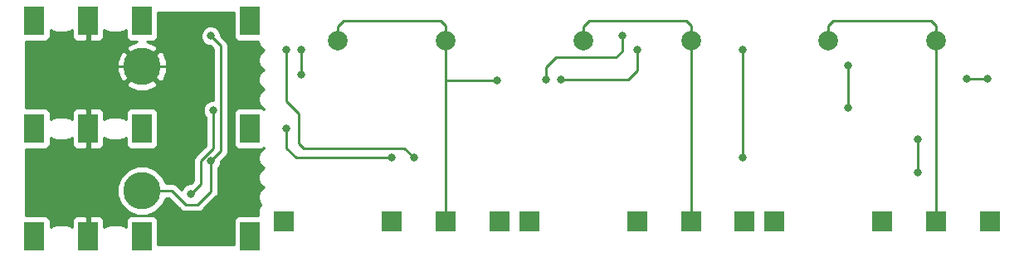
<source format=gbl>
G04 #@! TF.GenerationSoftware,KiCad,Pcbnew,6.0.0-rc1-unknown-7dfc4e3~65~ubuntu18.04.1*
G04 #@! TF.CreationDate,2018-08-22T16:39:41+05:30*
G04 #@! TF.ProjectId,1sqinch555,317371696E63683535352E6B69636164,rev?*
G04 #@! TF.SameCoordinates,Original*
G04 #@! TF.FileFunction,Copper,L2,Bot,Signal*
G04 #@! TF.FilePolarity,Positive*
%FSLAX46Y46*%
G04 Gerber Fmt 4.6, Leading zero omitted, Abs format (unit mm)*
G04 Created by KiCad (PCBNEW 6.0.0-rc1-unknown-7dfc4e3~65~ubuntu18.04.1) date Wed Aug 22 16:39:41 2018*
%MOMM*%
%LPD*%
G01*
G04 APERTURE LIST*
G04 #@! TA.AperFunction,SMDPad,CuDef*
%ADD10R,2.000000X3.000000*%
G04 #@! TD*
G04 #@! TA.AperFunction,ComponentPad*
%ADD11C,3.800000*%
G04 #@! TD*
G04 #@! TA.AperFunction,SMDPad,CuDef*
%ADD12R,2.000000X2.000000*%
G04 #@! TD*
G04 #@! TA.AperFunction,ComponentPad*
%ADD13C,2.000000*%
G04 #@! TD*
G04 #@! TA.AperFunction,ViaPad*
%ADD14C,0.800000*%
G04 #@! TD*
G04 #@! TA.AperFunction,Conductor*
%ADD15C,0.250000*%
G04 #@! TD*
G04 APERTURE END LIST*
D10*
G04 #@! TO.P,J6,1*
G04 #@! TO.N,/Q5*
X39000000Y-61000000D03*
G04 #@! TD*
G04 #@! TO.P,J8,1*
G04 #@! TO.N,/Q6*
X50000000Y-50000000D03*
G04 #@! TD*
G04 #@! TO.P,J10,1*
G04 #@! TO.N,/Q7*
X50000000Y-38999999D03*
G04 #@! TD*
G04 #@! TO.P,J12,1*
G04 #@! TO.N,/Q8*
X61000000Y-61000000D03*
G04 #@! TD*
G04 #@! TO.P,J14,1*
G04 #@! TO.N,/Q9*
X61000001Y-50000000D03*
G04 #@! TD*
G04 #@! TO.P,J16,1*
G04 #@! TO.N,/Q10*
X61000000Y-39000000D03*
G04 #@! TD*
G04 #@! TO.P,J18,1*
G04 #@! TO.N,/Q11*
X39000000Y-39000000D03*
G04 #@! TD*
G04 #@! TO.P,J20,1*
G04 #@! TO.N,/Q12*
X38999999Y-50000000D03*
G04 #@! TD*
G04 #@! TO.P,J22,1*
G04 #@! TO.N,/Q13*
X50000000Y-61000001D03*
G04 #@! TD*
G04 #@! TO.P,J24,1*
G04 #@! TO.N,/GND*
X44500000Y-50000000D03*
G04 #@! TD*
G04 #@! TO.P,J26,1*
G04 #@! TO.N,/GND*
X44500000Y-39000000D03*
G04 #@! TD*
G04 #@! TO.P,J28,1*
G04 #@! TO.N,/GND*
X44500000Y-61000000D03*
G04 #@! TD*
D11*
G04 #@! TO.P,BT1,2*
G04 #@! TO.N,/GND*
X50000000Y-43650000D03*
G04 #@! TO.P,BT1,1*
G04 #@! TO.N,/9V*
X50000000Y-56350000D03*
G04 #@! TD*
D12*
G04 #@! TO.P,J7,1*
G04 #@! TO.N,/10*
X64500000Y-59500000D03*
G04 #@! TD*
G04 #@! TO.P,J9,1*
G04 #@! TO.N,/7*
X75500000Y-59499999D03*
G04 #@! TD*
G04 #@! TO.P,J11,1*
G04 #@! TO.N,/11*
X86500000Y-59500000D03*
G04 #@! TD*
G04 #@! TO.P,J13,1*
G04 #@! TO.N,/9*
X89500000Y-59500000D03*
G04 #@! TD*
G04 #@! TO.P,J15,1*
G04 #@! TO.N,/6*
X100500000Y-59499999D03*
G04 #@! TD*
G04 #@! TO.P,J17,1*
G04 #@! TO.N,/12*
X111500000Y-59500000D03*
G04 #@! TD*
G04 #@! TO.P,J19,1*
G04 #@! TO.N,/8*
X114500000Y-59500000D03*
G04 #@! TD*
G04 #@! TO.P,J21,1*
G04 #@! TO.N,/13*
X125500000Y-59499999D03*
G04 #@! TD*
G04 #@! TO.P,J23,1*
G04 #@! TO.N,/5*
X136500000Y-59500000D03*
G04 #@! TD*
G04 #@! TO.P,J25,1*
G04 #@! TO.N,/GND1*
X81000000Y-59500000D03*
G04 #@! TD*
G04 #@! TO.P,J27,1*
G04 #@! TO.N,/GND2*
X106000000Y-59500000D03*
G04 #@! TD*
G04 #@! TO.P,J29,1*
G04 #@! TO.N,/GND3*
X131000000Y-59500000D03*
G04 #@! TD*
D13*
G04 #@! TO.P,J30,1*
G04 #@! TO.N,/GND1*
X70000000Y-41000000D03*
G04 #@! TD*
G04 #@! TO.P,J31,1*
G04 #@! TO.N,/GND1*
X81000000Y-41000000D03*
G04 #@! TD*
G04 #@! TO.P,J32,1*
G04 #@! TO.N,/GND2*
X95000000Y-41000000D03*
G04 #@! TD*
G04 #@! TO.P,J33,1*
G04 #@! TO.N,/GND2*
X106000000Y-41000000D03*
G04 #@! TD*
G04 #@! TO.P,J34,1*
G04 #@! TO.N,/GND3*
X131000000Y-41000000D03*
G04 #@! TD*
G04 #@! TO.P,J35,1*
G04 #@! TO.N,/GND3*
X120000000Y-41000000D03*
G04 #@! TD*
D14*
G04 #@! TO.N,Net-(D4-Pad1)*
X75500000Y-53000000D03*
X64750000Y-50000000D03*
G04 #@! TO.N,Net-(D7-Pad1)*
X64750000Y-42000000D03*
X77750000Y-53000000D03*
G04 #@! TO.N,Net-(D8-Pad1)*
X66250000Y-42000000D03*
X66250000Y-44500000D03*
G04 #@! TO.N,Net-(D10-Pad1)*
X100500000Y-42000000D03*
X92750008Y-45000000D03*
G04 #@! TO.N,Net-(D11-Pad1)*
X99000000Y-40500000D03*
X91250000Y-45000000D03*
G04 #@! TO.N,Net-(D16-Pad1)*
X111250000Y-42000000D03*
X111250000Y-53000000D03*
G04 #@! TO.N,Net-(D23-Pad1)*
X136250000Y-44900000D03*
X134150002Y-44900000D03*
G04 #@! TO.N,Net-(D25-Pad1)*
X129150000Y-54450000D03*
X129150000Y-51100000D03*
G04 #@! TO.N,Net-(D26-Pad1)*
X122050000Y-47900000D03*
X122000000Y-43600000D03*
G04 #@! TO.N,/9V*
X57000000Y-40550008D03*
X57050000Y-53300000D03*
G04 #@! TO.N,/GND*
X53300000Y-50500000D03*
X44500000Y-39000000D03*
X44500000Y-50000000D03*
X44500000Y-61000000D03*
X51900000Y-53300000D03*
X46000000Y-57150000D03*
X55600000Y-59600000D03*
G04 #@! TO.N,/5*
X136500000Y-59500000D03*
G04 #@! TO.N,/GND1*
X81000000Y-59500000D03*
X86250000Y-45050000D03*
G04 #@! TO.N,/6*
X100500000Y-59499999D03*
G04 #@! TO.N,/7*
X75500000Y-59499999D03*
G04 #@! TO.N,/8*
X114500000Y-59500000D03*
G04 #@! TO.N,/GND2*
X106000000Y-59500000D03*
G04 #@! TO.N,/9*
X89500000Y-59500000D03*
G04 #@! TO.N,/10*
X64500000Y-59500000D03*
G04 #@! TO.N,/11*
X86500000Y-59500000D03*
G04 #@! TO.N,/GND3*
X131000000Y-59500000D03*
G04 #@! TO.N,/12*
X111500000Y-59500000D03*
G04 #@! TO.N,/13*
X125500000Y-59499999D03*
G04 #@! TO.N,/Q5*
X39000000Y-61000000D03*
G04 #@! TO.N,/Q6*
X50000000Y-50000000D03*
G04 #@! TO.N,/Q7*
X50000000Y-38999999D03*
G04 #@! TO.N,/Q8*
X61000000Y-61000000D03*
G04 #@! TO.N,/Q9*
X61000001Y-50000000D03*
G04 #@! TO.N,/Q10*
X61000000Y-39000000D03*
G04 #@! TO.N,/Q11*
X39000000Y-39000000D03*
G04 #@! TO.N,/Q12*
X38999999Y-50000000D03*
G04 #@! TO.N,/Q13*
X50000000Y-61000001D03*
G04 #@! TO.N,/OUT*
X55000000Y-56650000D03*
X57249998Y-48150000D03*
G04 #@! TD*
D15*
G04 #@! TO.N,Net-(D4-Pad1)*
X75500000Y-53000000D02*
X65750000Y-53000000D01*
X64750000Y-52000000D02*
X64750000Y-50000000D01*
X65750000Y-53000000D02*
X64750000Y-52000000D01*
G04 #@! TO.N,Net-(D7-Pad1)*
X77750000Y-53000000D02*
X76750000Y-52000000D01*
X76750000Y-52000000D02*
X66500000Y-52000000D01*
X66500000Y-52000000D02*
X66000000Y-51500000D01*
X66000000Y-51500000D02*
X66000000Y-48500000D01*
X64750000Y-47250000D02*
X64750000Y-42000000D01*
X66000000Y-48500000D02*
X64750000Y-47250000D01*
G04 #@! TO.N,Net-(D8-Pad1)*
X66250000Y-42000000D02*
X66250000Y-44500000D01*
G04 #@! TO.N,Net-(D10-Pad1)*
X93315693Y-45000000D02*
X92750008Y-45000000D01*
X99600000Y-45000000D02*
X93315693Y-45000000D01*
X100500000Y-42000000D02*
X100500000Y-44100000D01*
X100500000Y-44100000D02*
X99600000Y-45000000D01*
G04 #@! TO.N,Net-(D11-Pad1)*
X98350000Y-42750000D02*
X92250000Y-42750000D01*
X91250000Y-43750000D02*
X91250000Y-45000000D01*
X92250000Y-42750000D02*
X91250000Y-43750000D01*
X99000000Y-40500000D02*
X99000000Y-42100000D01*
X99000000Y-42100000D02*
X98350000Y-42750000D01*
G04 #@! TO.N,Net-(D16-Pad1)*
X111250000Y-42000000D02*
X111250000Y-53000000D01*
G04 #@! TO.N,Net-(D23-Pad1)*
X136250000Y-44900000D02*
X134150002Y-44900000D01*
G04 #@! TO.N,Net-(D25-Pad1)*
X129150000Y-54450000D02*
X129150000Y-51100000D01*
G04 #@! TO.N,Net-(D26-Pad1)*
X122050000Y-47900000D02*
X122050000Y-45050000D01*
X122050000Y-43650000D02*
X122000000Y-43600000D01*
X122050000Y-45050000D02*
X122050000Y-43650000D01*
G04 #@! TO.N,/9V*
X58025002Y-41575010D02*
X58025002Y-52150000D01*
X57000000Y-40550008D02*
X58025002Y-41575010D01*
X58025002Y-52150000D02*
X58025002Y-52324998D01*
X58025002Y-52324998D02*
X57050000Y-53300000D01*
X57050000Y-53300000D02*
X57050000Y-56400000D01*
X57050000Y-56400000D02*
X55700000Y-57750000D01*
X55700000Y-57750000D02*
X54450000Y-57750000D01*
X53050000Y-56350000D02*
X50000000Y-56350000D01*
X54450000Y-57750000D02*
X53050000Y-56350000D01*
G04 #@! TO.N,/GND*
X53300000Y-49934315D02*
X53300000Y-50500000D01*
X53300000Y-44262995D02*
X53300000Y-49934315D01*
X52687005Y-43650000D02*
X53300000Y-44262995D01*
X50000000Y-43650000D02*
X52687005Y-43650000D01*
X53300000Y-51900000D02*
X51900000Y-53300000D01*
X53300000Y-50500000D02*
X53300000Y-51900000D01*
X55034315Y-59600000D02*
X54334315Y-58900000D01*
X55600000Y-59600000D02*
X55034315Y-59600000D01*
X47750000Y-58900000D02*
X46000000Y-57150000D01*
X54334315Y-58900000D02*
X47750000Y-58900000D01*
X51900000Y-53300000D02*
X46650000Y-53300000D01*
X46000000Y-53950000D02*
X46000000Y-57150000D01*
X46650000Y-53300000D02*
X46000000Y-53950000D01*
X44500000Y-61000000D02*
X44500000Y-59250000D01*
X44500000Y-50000000D02*
X44500000Y-48250000D01*
X47312995Y-43650000D02*
X44500000Y-43650000D01*
X50000000Y-43650000D02*
X47312995Y-43650000D01*
X44500000Y-48250000D02*
X44500000Y-43650000D01*
X44500000Y-43650000D02*
X44500000Y-39000000D01*
X46000000Y-57150000D02*
X44500000Y-57150000D01*
X44500000Y-59250000D02*
X44500000Y-57150000D01*
X44500000Y-57150000D02*
X44500000Y-50000000D01*
G04 #@! TO.N,/GND1*
X70000000Y-39585787D02*
X70585787Y-39000000D01*
X70000000Y-41000000D02*
X70000000Y-39585787D01*
X70585787Y-39000000D02*
X80500000Y-39000000D01*
X81000000Y-39500000D02*
X81000000Y-41000000D01*
X80500000Y-39000000D02*
X81000000Y-39500000D01*
X86250000Y-45050000D02*
X81000000Y-45050000D01*
X81000000Y-41000000D02*
X81000000Y-45050000D01*
X81000000Y-45050000D02*
X81000000Y-59500000D01*
G04 #@! TO.N,/GND2*
X95000000Y-39585787D02*
X95585787Y-39000000D01*
X95000000Y-41000000D02*
X95000000Y-39585787D01*
X95585787Y-39000000D02*
X105500000Y-39000000D01*
X106000000Y-39500000D02*
X106000000Y-41000000D01*
X105500000Y-39000000D02*
X106000000Y-39500000D01*
X106000000Y-59500000D02*
X106000000Y-41000000D01*
G04 #@! TO.N,/GND3*
X120000000Y-41000000D02*
X120000000Y-39500000D01*
X120000000Y-39500000D02*
X120500000Y-39000000D01*
X120500000Y-39000000D02*
X130500000Y-39000000D01*
X131000000Y-39500000D02*
X131000000Y-41000000D01*
X130500000Y-39000000D02*
X131000000Y-39500000D01*
X131000000Y-41000000D02*
X131000000Y-59500000D01*
G04 #@! TO.N,/OUT*
X56000000Y-55650000D02*
X55000000Y-56650000D01*
X56000000Y-53300000D02*
X56000000Y-55650000D01*
X57249998Y-52050002D02*
X56000000Y-53300000D01*
X57249998Y-48150000D02*
X57249998Y-52050002D01*
G04 #@! TD*
G04 #@! TO.N,/GND*
G36*
X59362756Y-40500000D02*
X59411263Y-40743863D01*
X59549400Y-40950600D01*
X59756137Y-41088737D01*
X60000000Y-41137244D01*
X61875000Y-41137244D01*
X61875000Y-41223776D01*
X62046271Y-41637261D01*
X62362739Y-41953729D01*
X62474447Y-42000000D01*
X62362739Y-42046271D01*
X62046271Y-42362739D01*
X61875000Y-42776224D01*
X61875000Y-43223776D01*
X62046271Y-43637261D01*
X62362739Y-43953729D01*
X62474447Y-44000000D01*
X62362739Y-44046271D01*
X62046271Y-44362739D01*
X61875000Y-44776224D01*
X61875000Y-45223776D01*
X62046271Y-45637261D01*
X62362739Y-45953729D01*
X62474447Y-46000000D01*
X62362739Y-46046271D01*
X62046271Y-46362739D01*
X61875000Y-46776224D01*
X61875000Y-47223776D01*
X62046271Y-47637261D01*
X62362739Y-47953729D01*
X62474447Y-48000000D01*
X62414087Y-48025002D01*
X62243864Y-47911263D01*
X62000001Y-47862756D01*
X60000001Y-47862756D01*
X59756138Y-47911263D01*
X59549401Y-48049400D01*
X59411264Y-48256137D01*
X59362757Y-48500000D01*
X59362757Y-51500000D01*
X59411264Y-51743863D01*
X59549401Y-51950600D01*
X59756138Y-52088737D01*
X60000001Y-52137244D01*
X62000001Y-52137244D01*
X62243864Y-52088737D01*
X62414087Y-51974998D01*
X62474447Y-52000000D01*
X62362739Y-52046271D01*
X62046271Y-52362739D01*
X61875000Y-52776224D01*
X61875000Y-53223776D01*
X62046271Y-53637261D01*
X62362739Y-53953729D01*
X62474447Y-54000000D01*
X62362739Y-54046271D01*
X62046271Y-54362739D01*
X61875000Y-54776224D01*
X61875000Y-55223776D01*
X62046271Y-55637261D01*
X62362739Y-55953729D01*
X62474447Y-56000000D01*
X62362739Y-56046271D01*
X62046271Y-56362739D01*
X61875000Y-56776224D01*
X61875000Y-57223776D01*
X62046271Y-57637261D01*
X62132826Y-57723816D01*
X62085203Y-57771439D01*
X62085201Y-57771444D01*
X61976821Y-57933645D01*
X61976817Y-57933649D01*
X61931674Y-58042635D01*
X61876030Y-58176969D01*
X61876030Y-58176973D01*
X61845256Y-58331684D01*
X61825000Y-58433520D01*
X61825000Y-58862756D01*
X60000000Y-58862756D01*
X59756137Y-58911263D01*
X59549400Y-59049400D01*
X59411263Y-59256137D01*
X59362756Y-59500000D01*
X59362756Y-61825000D01*
X51637244Y-61825000D01*
X51637244Y-59500001D01*
X51588737Y-59256138D01*
X51450600Y-59049401D01*
X51243863Y-58911264D01*
X51000000Y-58862757D01*
X50531811Y-58862757D01*
X51430298Y-58490592D01*
X52140592Y-57780298D01*
X52422380Y-57100000D01*
X52739341Y-57100000D01*
X53867437Y-58228097D01*
X53909280Y-58290720D01*
X54157365Y-58456484D01*
X54376134Y-58500000D01*
X54376135Y-58500000D01*
X54450000Y-58514693D01*
X54523865Y-58500000D01*
X55626135Y-58500000D01*
X55700000Y-58514693D01*
X55773865Y-58500000D01*
X55773866Y-58500000D01*
X55992635Y-58456484D01*
X56240720Y-58290720D01*
X56282565Y-58228094D01*
X57528099Y-56982561D01*
X57590720Y-56940720D01*
X57756484Y-56692635D01*
X57800000Y-56473866D01*
X57814693Y-56400001D01*
X57800000Y-56326136D01*
X57800000Y-53999569D01*
X57918953Y-53880616D01*
X58075000Y-53503885D01*
X58075000Y-53335660D01*
X58503098Y-52907561D01*
X58565722Y-52865718D01*
X58731486Y-52617632D01*
X58775002Y-52398863D01*
X58789695Y-52324999D01*
X58775002Y-52251134D01*
X58775002Y-41648876D01*
X58789695Y-41575010D01*
X58731486Y-41282374D01*
X58634513Y-41137244D01*
X58565722Y-41034290D01*
X58503099Y-40992447D01*
X58025000Y-40514349D01*
X58025000Y-40346123D01*
X57868953Y-39969392D01*
X57580616Y-39681055D01*
X57203885Y-39525008D01*
X56796115Y-39525008D01*
X56419384Y-39681055D01*
X56131047Y-39969392D01*
X55975000Y-40346123D01*
X55975000Y-40753893D01*
X56131047Y-41130624D01*
X56419384Y-41418961D01*
X56796115Y-41575008D01*
X56964341Y-41575008D01*
X57275002Y-41885670D01*
X57275003Y-47125000D01*
X57046113Y-47125000D01*
X56669382Y-47281047D01*
X56381045Y-47569384D01*
X56224998Y-47946115D01*
X56224998Y-48353885D01*
X56381045Y-48730616D01*
X56499998Y-48849569D01*
X56499999Y-51739340D01*
X55521906Y-52717435D01*
X55459280Y-52759280D01*
X55293516Y-53007366D01*
X55275863Y-53096115D01*
X55235307Y-53300000D01*
X55250000Y-53373865D01*
X55250001Y-55339339D01*
X54964341Y-55625000D01*
X54796115Y-55625000D01*
X54419384Y-55781047D01*
X54131047Y-56069384D01*
X54042885Y-56282226D01*
X53632565Y-55871906D01*
X53590720Y-55809280D01*
X53342635Y-55643516D01*
X53123866Y-55600000D01*
X53123865Y-55600000D01*
X53050000Y-55585307D01*
X52976135Y-55600000D01*
X52422380Y-55600000D01*
X52140592Y-54919702D01*
X51430298Y-54209408D01*
X50502254Y-53825000D01*
X49497746Y-53825000D01*
X48569702Y-54209408D01*
X47859408Y-54919702D01*
X47475000Y-55847746D01*
X47475000Y-56852254D01*
X47859408Y-57780298D01*
X48569702Y-58490592D01*
X49468189Y-58862757D01*
X49000000Y-58862757D01*
X48756137Y-58911264D01*
X48549400Y-59049401D01*
X48411263Y-59256138D01*
X48362756Y-59500001D01*
X48362756Y-60041234D01*
X48266354Y-59976820D01*
X48266351Y-59976817D01*
X48137723Y-59923538D01*
X48023031Y-59876030D01*
X48023027Y-59876030D01*
X47908217Y-59853193D01*
X47766481Y-59825000D01*
X46733519Y-59825000D01*
X46591783Y-59853193D01*
X46476973Y-59876030D01*
X46476971Y-59876031D01*
X46476968Y-59876031D01*
X46369020Y-59920745D01*
X46233649Y-59976817D01*
X46233647Y-59976819D01*
X46233645Y-59976820D01*
X46125000Y-60049415D01*
X46125000Y-59375680D01*
X46029850Y-59145966D01*
X45854034Y-58970151D01*
X45624320Y-58875000D01*
X44781250Y-58875000D01*
X44625000Y-59031250D01*
X44625000Y-60875000D01*
X44645000Y-60875000D01*
X44645000Y-61125000D01*
X44625000Y-61125000D01*
X44625000Y-61145000D01*
X44375000Y-61145000D01*
X44375000Y-61125000D01*
X44355000Y-61125000D01*
X44355000Y-60875000D01*
X44375000Y-60875000D01*
X44375000Y-59031250D01*
X44218750Y-58875000D01*
X43375680Y-58875000D01*
X43145966Y-58970151D01*
X42970150Y-59145966D01*
X42875000Y-59375680D01*
X42875000Y-60049416D01*
X42766354Y-59976820D01*
X42766351Y-59976817D01*
X42637723Y-59923538D01*
X42523031Y-59876030D01*
X42523027Y-59876030D01*
X42408217Y-59853193D01*
X42266481Y-59825000D01*
X41233519Y-59825000D01*
X41091783Y-59853193D01*
X40976973Y-59876030D01*
X40976971Y-59876031D01*
X40976968Y-59876031D01*
X40869020Y-59920745D01*
X40733649Y-59976817D01*
X40733647Y-59976819D01*
X40733645Y-59976820D01*
X40637244Y-60041234D01*
X40637244Y-59500000D01*
X40588737Y-59256137D01*
X40450600Y-59049400D01*
X40243863Y-58911263D01*
X40000000Y-58862756D01*
X38175000Y-58862756D01*
X38175000Y-52137244D01*
X39999999Y-52137244D01*
X40243862Y-52088737D01*
X40450599Y-51950600D01*
X40588736Y-51743863D01*
X40637243Y-51500000D01*
X40637243Y-50958765D01*
X40733645Y-51023180D01*
X40733647Y-51023181D01*
X40733649Y-51023183D01*
X40869020Y-51079255D01*
X40976968Y-51123969D01*
X40976971Y-51123969D01*
X40976973Y-51123970D01*
X41168315Y-51162030D01*
X41168319Y-51162030D01*
X41233519Y-51174999D01*
X42266481Y-51175001D01*
X42463372Y-51135837D01*
X42463374Y-51135836D01*
X42523027Y-51123970D01*
X42523031Y-51123970D01*
X42641110Y-51075059D01*
X42766351Y-51023183D01*
X42766354Y-51023180D01*
X42875000Y-50950584D01*
X42875000Y-51624320D01*
X42970150Y-51854034D01*
X43145966Y-52029849D01*
X43375680Y-52125000D01*
X44218750Y-52125000D01*
X44375000Y-51968750D01*
X44375000Y-50125000D01*
X44355000Y-50125000D01*
X44355000Y-49875000D01*
X44375000Y-49875000D01*
X44375000Y-48031250D01*
X44625000Y-48031250D01*
X44625000Y-49875000D01*
X44645000Y-49875000D01*
X44645000Y-50125000D01*
X44625000Y-50125000D01*
X44625000Y-51968750D01*
X44781250Y-52125000D01*
X45624320Y-52125000D01*
X45854034Y-52029849D01*
X46029850Y-51854034D01*
X46125000Y-51624320D01*
X46125000Y-50950585D01*
X46233645Y-51023180D01*
X46233647Y-51023181D01*
X46233649Y-51023183D01*
X46369020Y-51079255D01*
X46476968Y-51123969D01*
X46476971Y-51123969D01*
X46476973Y-51123970D01*
X46536628Y-51135836D01*
X46733519Y-51175000D01*
X47766481Y-51175000D01*
X47963372Y-51135836D01*
X48023027Y-51123970D01*
X48023031Y-51123970D01*
X48141110Y-51075059D01*
X48266351Y-51023183D01*
X48266354Y-51023180D01*
X48362756Y-50958766D01*
X48362756Y-51500000D01*
X48411263Y-51743863D01*
X48549400Y-51950600D01*
X48756137Y-52088737D01*
X49000000Y-52137244D01*
X51000000Y-52137244D01*
X51243863Y-52088737D01*
X51450600Y-51950600D01*
X51588737Y-51743863D01*
X51637244Y-51500000D01*
X51637244Y-48500000D01*
X51588737Y-48256137D01*
X51450600Y-48049400D01*
X51243863Y-47911263D01*
X51000000Y-47862756D01*
X49000000Y-47862756D01*
X48756137Y-47911263D01*
X48549400Y-48049400D01*
X48411263Y-48256137D01*
X48362756Y-48500000D01*
X48362756Y-49041234D01*
X48266354Y-48976820D01*
X48266351Y-48976817D01*
X48141110Y-48924941D01*
X48023031Y-48876030D01*
X48023027Y-48876030D01*
X47941719Y-48859857D01*
X47766481Y-48825000D01*
X46733519Y-48825000D01*
X46558281Y-48859857D01*
X46476973Y-48876030D01*
X46476971Y-48876031D01*
X46476968Y-48876031D01*
X46369020Y-48920745D01*
X46233649Y-48976817D01*
X46233647Y-48976819D01*
X46233645Y-48976820D01*
X46125000Y-49049415D01*
X46125000Y-48375680D01*
X46029850Y-48145966D01*
X45854034Y-47970151D01*
X45624320Y-47875000D01*
X44781250Y-47875000D01*
X44625000Y-48031250D01*
X44375000Y-48031250D01*
X44218750Y-47875000D01*
X43375680Y-47875000D01*
X43145966Y-47970151D01*
X42970150Y-48145966D01*
X42875000Y-48375680D01*
X42875000Y-49049416D01*
X42766354Y-48976820D01*
X42766351Y-48976817D01*
X42641110Y-48924941D01*
X42523031Y-48876030D01*
X42523027Y-48876030D01*
X42463374Y-48864164D01*
X42463372Y-48864163D01*
X42266481Y-48824999D01*
X41233519Y-48825001D01*
X41168319Y-48837970D01*
X41168315Y-48837970D01*
X40976973Y-48876030D01*
X40976971Y-48876031D01*
X40976968Y-48876031D01*
X40869020Y-48920745D01*
X40733649Y-48976817D01*
X40733647Y-48976819D01*
X40733645Y-48976820D01*
X40637243Y-49041235D01*
X40637243Y-48500000D01*
X40588736Y-48256137D01*
X40450599Y-48049400D01*
X40243862Y-47911263D01*
X39999999Y-47862756D01*
X38175000Y-47862756D01*
X38175000Y-45446041D01*
X48380736Y-45446041D01*
X48589678Y-45803806D01*
X49521258Y-46179564D01*
X50525722Y-46170220D01*
X51410322Y-45803806D01*
X51619264Y-45446041D01*
X50000000Y-43826777D01*
X48380736Y-45446041D01*
X38175000Y-45446041D01*
X38175000Y-43171258D01*
X47470436Y-43171258D01*
X47479780Y-44175722D01*
X47846194Y-45060322D01*
X48203959Y-45269264D01*
X49823223Y-43650000D01*
X50176777Y-43650000D01*
X51796041Y-45269264D01*
X52153806Y-45060322D01*
X52529564Y-44128742D01*
X52520220Y-43124278D01*
X52153806Y-42239678D01*
X51796041Y-42030736D01*
X50176777Y-43650000D01*
X49823223Y-43650000D01*
X48203959Y-42030736D01*
X47846194Y-42239678D01*
X47470436Y-43171258D01*
X38175000Y-43171258D01*
X38175000Y-41137244D01*
X40000000Y-41137244D01*
X40243863Y-41088737D01*
X40450600Y-40950600D01*
X40588737Y-40743863D01*
X40637244Y-40500000D01*
X40637244Y-39958766D01*
X40733645Y-40023180D01*
X40733647Y-40023181D01*
X40733649Y-40023183D01*
X40869020Y-40079255D01*
X40976968Y-40123969D01*
X40976971Y-40123969D01*
X40976973Y-40123970D01*
X41036628Y-40135836D01*
X41233519Y-40175000D01*
X42266481Y-40175000D01*
X42463372Y-40135836D01*
X42523027Y-40123970D01*
X42523031Y-40123970D01*
X42641110Y-40075059D01*
X42766351Y-40023183D01*
X42766354Y-40023180D01*
X42875000Y-39950584D01*
X42875000Y-40624320D01*
X42970150Y-40854034D01*
X43145966Y-41029849D01*
X43375680Y-41125000D01*
X44218750Y-41125000D01*
X44375000Y-40968750D01*
X44375000Y-39125000D01*
X44355000Y-39125000D01*
X44355000Y-38875000D01*
X44375000Y-38875000D01*
X44375000Y-38855000D01*
X44625000Y-38855000D01*
X44625000Y-38875000D01*
X44645000Y-38875000D01*
X44645000Y-39125000D01*
X44625000Y-39125000D01*
X44625000Y-40968750D01*
X44781250Y-41125000D01*
X45624320Y-41125000D01*
X45854034Y-41029849D01*
X46029850Y-40854034D01*
X46125000Y-40624320D01*
X46125000Y-39950585D01*
X46233645Y-40023180D01*
X46233647Y-40023181D01*
X46233649Y-40023183D01*
X46369020Y-40079255D01*
X46476968Y-40123969D01*
X46476971Y-40123969D01*
X46476973Y-40123970D01*
X46536628Y-40135836D01*
X46733519Y-40175000D01*
X47766481Y-40175000D01*
X47963372Y-40135836D01*
X48023027Y-40123970D01*
X48023031Y-40123970D01*
X48141110Y-40075059D01*
X48266351Y-40023183D01*
X48266354Y-40023180D01*
X48362756Y-39958766D01*
X48362756Y-40499999D01*
X48411263Y-40743862D01*
X48549400Y-40950599D01*
X48756137Y-41088736D01*
X49000000Y-41137243D01*
X49456261Y-41137243D01*
X48589678Y-41496194D01*
X48380736Y-41853959D01*
X50000000Y-43473223D01*
X51619264Y-41853959D01*
X51410322Y-41496194D01*
X50520410Y-41137243D01*
X51000000Y-41137243D01*
X51243863Y-41088736D01*
X51450600Y-40950599D01*
X51588737Y-40743862D01*
X51637244Y-40499999D01*
X51637244Y-38175000D01*
X59362756Y-38175000D01*
X59362756Y-40500000D01*
X59362756Y-40500000D01*
G37*
X59362756Y-40500000D02*
X59411263Y-40743863D01*
X59549400Y-40950600D01*
X59756137Y-41088737D01*
X60000000Y-41137244D01*
X61875000Y-41137244D01*
X61875000Y-41223776D01*
X62046271Y-41637261D01*
X62362739Y-41953729D01*
X62474447Y-42000000D01*
X62362739Y-42046271D01*
X62046271Y-42362739D01*
X61875000Y-42776224D01*
X61875000Y-43223776D01*
X62046271Y-43637261D01*
X62362739Y-43953729D01*
X62474447Y-44000000D01*
X62362739Y-44046271D01*
X62046271Y-44362739D01*
X61875000Y-44776224D01*
X61875000Y-45223776D01*
X62046271Y-45637261D01*
X62362739Y-45953729D01*
X62474447Y-46000000D01*
X62362739Y-46046271D01*
X62046271Y-46362739D01*
X61875000Y-46776224D01*
X61875000Y-47223776D01*
X62046271Y-47637261D01*
X62362739Y-47953729D01*
X62474447Y-48000000D01*
X62414087Y-48025002D01*
X62243864Y-47911263D01*
X62000001Y-47862756D01*
X60000001Y-47862756D01*
X59756138Y-47911263D01*
X59549401Y-48049400D01*
X59411264Y-48256137D01*
X59362757Y-48500000D01*
X59362757Y-51500000D01*
X59411264Y-51743863D01*
X59549401Y-51950600D01*
X59756138Y-52088737D01*
X60000001Y-52137244D01*
X62000001Y-52137244D01*
X62243864Y-52088737D01*
X62414087Y-51974998D01*
X62474447Y-52000000D01*
X62362739Y-52046271D01*
X62046271Y-52362739D01*
X61875000Y-52776224D01*
X61875000Y-53223776D01*
X62046271Y-53637261D01*
X62362739Y-53953729D01*
X62474447Y-54000000D01*
X62362739Y-54046271D01*
X62046271Y-54362739D01*
X61875000Y-54776224D01*
X61875000Y-55223776D01*
X62046271Y-55637261D01*
X62362739Y-55953729D01*
X62474447Y-56000000D01*
X62362739Y-56046271D01*
X62046271Y-56362739D01*
X61875000Y-56776224D01*
X61875000Y-57223776D01*
X62046271Y-57637261D01*
X62132826Y-57723816D01*
X62085203Y-57771439D01*
X62085201Y-57771444D01*
X61976821Y-57933645D01*
X61976817Y-57933649D01*
X61931674Y-58042635D01*
X61876030Y-58176969D01*
X61876030Y-58176973D01*
X61845256Y-58331684D01*
X61825000Y-58433520D01*
X61825000Y-58862756D01*
X60000000Y-58862756D01*
X59756137Y-58911263D01*
X59549400Y-59049400D01*
X59411263Y-59256137D01*
X59362756Y-59500000D01*
X59362756Y-61825000D01*
X51637244Y-61825000D01*
X51637244Y-59500001D01*
X51588737Y-59256138D01*
X51450600Y-59049401D01*
X51243863Y-58911264D01*
X51000000Y-58862757D01*
X50531811Y-58862757D01*
X51430298Y-58490592D01*
X52140592Y-57780298D01*
X52422380Y-57100000D01*
X52739341Y-57100000D01*
X53867437Y-58228097D01*
X53909280Y-58290720D01*
X54157365Y-58456484D01*
X54376134Y-58500000D01*
X54376135Y-58500000D01*
X54450000Y-58514693D01*
X54523865Y-58500000D01*
X55626135Y-58500000D01*
X55700000Y-58514693D01*
X55773865Y-58500000D01*
X55773866Y-58500000D01*
X55992635Y-58456484D01*
X56240720Y-58290720D01*
X56282565Y-58228094D01*
X57528099Y-56982561D01*
X57590720Y-56940720D01*
X57756484Y-56692635D01*
X57800000Y-56473866D01*
X57814693Y-56400001D01*
X57800000Y-56326136D01*
X57800000Y-53999569D01*
X57918953Y-53880616D01*
X58075000Y-53503885D01*
X58075000Y-53335660D01*
X58503098Y-52907561D01*
X58565722Y-52865718D01*
X58731486Y-52617632D01*
X58775002Y-52398863D01*
X58789695Y-52324999D01*
X58775002Y-52251134D01*
X58775002Y-41648876D01*
X58789695Y-41575010D01*
X58731486Y-41282374D01*
X58634513Y-41137244D01*
X58565722Y-41034290D01*
X58503099Y-40992447D01*
X58025000Y-40514349D01*
X58025000Y-40346123D01*
X57868953Y-39969392D01*
X57580616Y-39681055D01*
X57203885Y-39525008D01*
X56796115Y-39525008D01*
X56419384Y-39681055D01*
X56131047Y-39969392D01*
X55975000Y-40346123D01*
X55975000Y-40753893D01*
X56131047Y-41130624D01*
X56419384Y-41418961D01*
X56796115Y-41575008D01*
X56964341Y-41575008D01*
X57275002Y-41885670D01*
X57275003Y-47125000D01*
X57046113Y-47125000D01*
X56669382Y-47281047D01*
X56381045Y-47569384D01*
X56224998Y-47946115D01*
X56224998Y-48353885D01*
X56381045Y-48730616D01*
X56499998Y-48849569D01*
X56499999Y-51739340D01*
X55521906Y-52717435D01*
X55459280Y-52759280D01*
X55293516Y-53007366D01*
X55275863Y-53096115D01*
X55235307Y-53300000D01*
X55250000Y-53373865D01*
X55250001Y-55339339D01*
X54964341Y-55625000D01*
X54796115Y-55625000D01*
X54419384Y-55781047D01*
X54131047Y-56069384D01*
X54042885Y-56282226D01*
X53632565Y-55871906D01*
X53590720Y-55809280D01*
X53342635Y-55643516D01*
X53123866Y-55600000D01*
X53123865Y-55600000D01*
X53050000Y-55585307D01*
X52976135Y-55600000D01*
X52422380Y-55600000D01*
X52140592Y-54919702D01*
X51430298Y-54209408D01*
X50502254Y-53825000D01*
X49497746Y-53825000D01*
X48569702Y-54209408D01*
X47859408Y-54919702D01*
X47475000Y-55847746D01*
X47475000Y-56852254D01*
X47859408Y-57780298D01*
X48569702Y-58490592D01*
X49468189Y-58862757D01*
X49000000Y-58862757D01*
X48756137Y-58911264D01*
X48549400Y-59049401D01*
X48411263Y-59256138D01*
X48362756Y-59500001D01*
X48362756Y-60041234D01*
X48266354Y-59976820D01*
X48266351Y-59976817D01*
X48137723Y-59923538D01*
X48023031Y-59876030D01*
X48023027Y-59876030D01*
X47908217Y-59853193D01*
X47766481Y-59825000D01*
X46733519Y-59825000D01*
X46591783Y-59853193D01*
X46476973Y-59876030D01*
X46476971Y-59876031D01*
X46476968Y-59876031D01*
X46369020Y-59920745D01*
X46233649Y-59976817D01*
X46233647Y-59976819D01*
X46233645Y-59976820D01*
X46125000Y-60049415D01*
X46125000Y-59375680D01*
X46029850Y-59145966D01*
X45854034Y-58970151D01*
X45624320Y-58875000D01*
X44781250Y-58875000D01*
X44625000Y-59031250D01*
X44625000Y-60875000D01*
X44645000Y-60875000D01*
X44645000Y-61125000D01*
X44625000Y-61125000D01*
X44625000Y-61145000D01*
X44375000Y-61145000D01*
X44375000Y-61125000D01*
X44355000Y-61125000D01*
X44355000Y-60875000D01*
X44375000Y-60875000D01*
X44375000Y-59031250D01*
X44218750Y-58875000D01*
X43375680Y-58875000D01*
X43145966Y-58970151D01*
X42970150Y-59145966D01*
X42875000Y-59375680D01*
X42875000Y-60049416D01*
X42766354Y-59976820D01*
X42766351Y-59976817D01*
X42637723Y-59923538D01*
X42523031Y-59876030D01*
X42523027Y-59876030D01*
X42408217Y-59853193D01*
X42266481Y-59825000D01*
X41233519Y-59825000D01*
X41091783Y-59853193D01*
X40976973Y-59876030D01*
X40976971Y-59876031D01*
X40976968Y-59876031D01*
X40869020Y-59920745D01*
X40733649Y-59976817D01*
X40733647Y-59976819D01*
X40733645Y-59976820D01*
X40637244Y-60041234D01*
X40637244Y-59500000D01*
X40588737Y-59256137D01*
X40450600Y-59049400D01*
X40243863Y-58911263D01*
X40000000Y-58862756D01*
X38175000Y-58862756D01*
X38175000Y-52137244D01*
X39999999Y-52137244D01*
X40243862Y-52088737D01*
X40450599Y-51950600D01*
X40588736Y-51743863D01*
X40637243Y-51500000D01*
X40637243Y-50958765D01*
X40733645Y-51023180D01*
X40733647Y-51023181D01*
X40733649Y-51023183D01*
X40869020Y-51079255D01*
X40976968Y-51123969D01*
X40976971Y-51123969D01*
X40976973Y-51123970D01*
X41168315Y-51162030D01*
X41168319Y-51162030D01*
X41233519Y-51174999D01*
X42266481Y-51175001D01*
X42463372Y-51135837D01*
X42463374Y-51135836D01*
X42523027Y-51123970D01*
X42523031Y-51123970D01*
X42641110Y-51075059D01*
X42766351Y-51023183D01*
X42766354Y-51023180D01*
X42875000Y-50950584D01*
X42875000Y-51624320D01*
X42970150Y-51854034D01*
X43145966Y-52029849D01*
X43375680Y-52125000D01*
X44218750Y-52125000D01*
X44375000Y-51968750D01*
X44375000Y-50125000D01*
X44355000Y-50125000D01*
X44355000Y-49875000D01*
X44375000Y-49875000D01*
X44375000Y-48031250D01*
X44625000Y-48031250D01*
X44625000Y-49875000D01*
X44645000Y-49875000D01*
X44645000Y-50125000D01*
X44625000Y-50125000D01*
X44625000Y-51968750D01*
X44781250Y-52125000D01*
X45624320Y-52125000D01*
X45854034Y-52029849D01*
X46029850Y-51854034D01*
X46125000Y-51624320D01*
X46125000Y-50950585D01*
X46233645Y-51023180D01*
X46233647Y-51023181D01*
X46233649Y-51023183D01*
X46369020Y-51079255D01*
X46476968Y-51123969D01*
X46476971Y-51123969D01*
X46476973Y-51123970D01*
X46536628Y-51135836D01*
X46733519Y-51175000D01*
X47766481Y-51175000D01*
X47963372Y-51135836D01*
X48023027Y-51123970D01*
X48023031Y-51123970D01*
X48141110Y-51075059D01*
X48266351Y-51023183D01*
X48266354Y-51023180D01*
X48362756Y-50958766D01*
X48362756Y-51500000D01*
X48411263Y-51743863D01*
X48549400Y-51950600D01*
X48756137Y-52088737D01*
X49000000Y-52137244D01*
X51000000Y-52137244D01*
X51243863Y-52088737D01*
X51450600Y-51950600D01*
X51588737Y-51743863D01*
X51637244Y-51500000D01*
X51637244Y-48500000D01*
X51588737Y-48256137D01*
X51450600Y-48049400D01*
X51243863Y-47911263D01*
X51000000Y-47862756D01*
X49000000Y-47862756D01*
X48756137Y-47911263D01*
X48549400Y-48049400D01*
X48411263Y-48256137D01*
X48362756Y-48500000D01*
X48362756Y-49041234D01*
X48266354Y-48976820D01*
X48266351Y-48976817D01*
X48141110Y-48924941D01*
X48023031Y-48876030D01*
X48023027Y-48876030D01*
X47941719Y-48859857D01*
X47766481Y-48825000D01*
X46733519Y-48825000D01*
X46558281Y-48859857D01*
X46476973Y-48876030D01*
X46476971Y-48876031D01*
X46476968Y-48876031D01*
X46369020Y-48920745D01*
X46233649Y-48976817D01*
X46233647Y-48976819D01*
X46233645Y-48976820D01*
X46125000Y-49049415D01*
X46125000Y-48375680D01*
X46029850Y-48145966D01*
X45854034Y-47970151D01*
X45624320Y-47875000D01*
X44781250Y-47875000D01*
X44625000Y-48031250D01*
X44375000Y-48031250D01*
X44218750Y-47875000D01*
X43375680Y-47875000D01*
X43145966Y-47970151D01*
X42970150Y-48145966D01*
X42875000Y-48375680D01*
X42875000Y-49049416D01*
X42766354Y-48976820D01*
X42766351Y-48976817D01*
X42641110Y-48924941D01*
X42523031Y-48876030D01*
X42523027Y-48876030D01*
X42463374Y-48864164D01*
X42463372Y-48864163D01*
X42266481Y-48824999D01*
X41233519Y-48825001D01*
X41168319Y-48837970D01*
X41168315Y-48837970D01*
X40976973Y-48876030D01*
X40976971Y-48876031D01*
X40976968Y-48876031D01*
X40869020Y-48920745D01*
X40733649Y-48976817D01*
X40733647Y-48976819D01*
X40733645Y-48976820D01*
X40637243Y-49041235D01*
X40637243Y-48500000D01*
X40588736Y-48256137D01*
X40450599Y-48049400D01*
X40243862Y-47911263D01*
X39999999Y-47862756D01*
X38175000Y-47862756D01*
X38175000Y-45446041D01*
X48380736Y-45446041D01*
X48589678Y-45803806D01*
X49521258Y-46179564D01*
X50525722Y-46170220D01*
X51410322Y-45803806D01*
X51619264Y-45446041D01*
X50000000Y-43826777D01*
X48380736Y-45446041D01*
X38175000Y-45446041D01*
X38175000Y-43171258D01*
X47470436Y-43171258D01*
X47479780Y-44175722D01*
X47846194Y-45060322D01*
X48203959Y-45269264D01*
X49823223Y-43650000D01*
X50176777Y-43650000D01*
X51796041Y-45269264D01*
X52153806Y-45060322D01*
X52529564Y-44128742D01*
X52520220Y-43124278D01*
X52153806Y-42239678D01*
X51796041Y-42030736D01*
X50176777Y-43650000D01*
X49823223Y-43650000D01*
X48203959Y-42030736D01*
X47846194Y-42239678D01*
X47470436Y-43171258D01*
X38175000Y-43171258D01*
X38175000Y-41137244D01*
X40000000Y-41137244D01*
X40243863Y-41088737D01*
X40450600Y-40950600D01*
X40588737Y-40743863D01*
X40637244Y-40500000D01*
X40637244Y-39958766D01*
X40733645Y-40023180D01*
X40733647Y-40023181D01*
X40733649Y-40023183D01*
X40869020Y-40079255D01*
X40976968Y-40123969D01*
X40976971Y-40123969D01*
X40976973Y-40123970D01*
X41036628Y-40135836D01*
X41233519Y-40175000D01*
X42266481Y-40175000D01*
X42463372Y-40135836D01*
X42523027Y-40123970D01*
X42523031Y-40123970D01*
X42641110Y-40075059D01*
X42766351Y-40023183D01*
X42766354Y-40023180D01*
X42875000Y-39950584D01*
X42875000Y-40624320D01*
X42970150Y-40854034D01*
X43145966Y-41029849D01*
X43375680Y-41125000D01*
X44218750Y-41125000D01*
X44375000Y-40968750D01*
X44375000Y-39125000D01*
X44355000Y-39125000D01*
X44355000Y-38875000D01*
X44375000Y-38875000D01*
X44375000Y-38855000D01*
X44625000Y-38855000D01*
X44625000Y-38875000D01*
X44645000Y-38875000D01*
X44645000Y-39125000D01*
X44625000Y-39125000D01*
X44625000Y-40968750D01*
X44781250Y-41125000D01*
X45624320Y-41125000D01*
X45854034Y-41029849D01*
X46029850Y-40854034D01*
X46125000Y-40624320D01*
X46125000Y-39950585D01*
X46233645Y-40023180D01*
X46233647Y-40023181D01*
X46233649Y-40023183D01*
X46369020Y-40079255D01*
X46476968Y-40123969D01*
X46476971Y-40123969D01*
X46476973Y-40123970D01*
X46536628Y-40135836D01*
X46733519Y-40175000D01*
X47766481Y-40175000D01*
X47963372Y-40135836D01*
X48023027Y-40123970D01*
X48023031Y-40123970D01*
X48141110Y-40075059D01*
X48266351Y-40023183D01*
X48266354Y-40023180D01*
X48362756Y-39958766D01*
X48362756Y-40499999D01*
X48411263Y-40743862D01*
X48549400Y-40950599D01*
X48756137Y-41088736D01*
X49000000Y-41137243D01*
X49456261Y-41137243D01*
X48589678Y-41496194D01*
X48380736Y-41853959D01*
X50000000Y-43473223D01*
X51619264Y-41853959D01*
X51410322Y-41496194D01*
X50520410Y-41137243D01*
X51000000Y-41137243D01*
X51243863Y-41088736D01*
X51450600Y-40950599D01*
X51588737Y-40743862D01*
X51637244Y-40499999D01*
X51637244Y-38175000D01*
X59362756Y-38175000D01*
X59362756Y-40500000D01*
G04 #@! TD*
M02*

</source>
